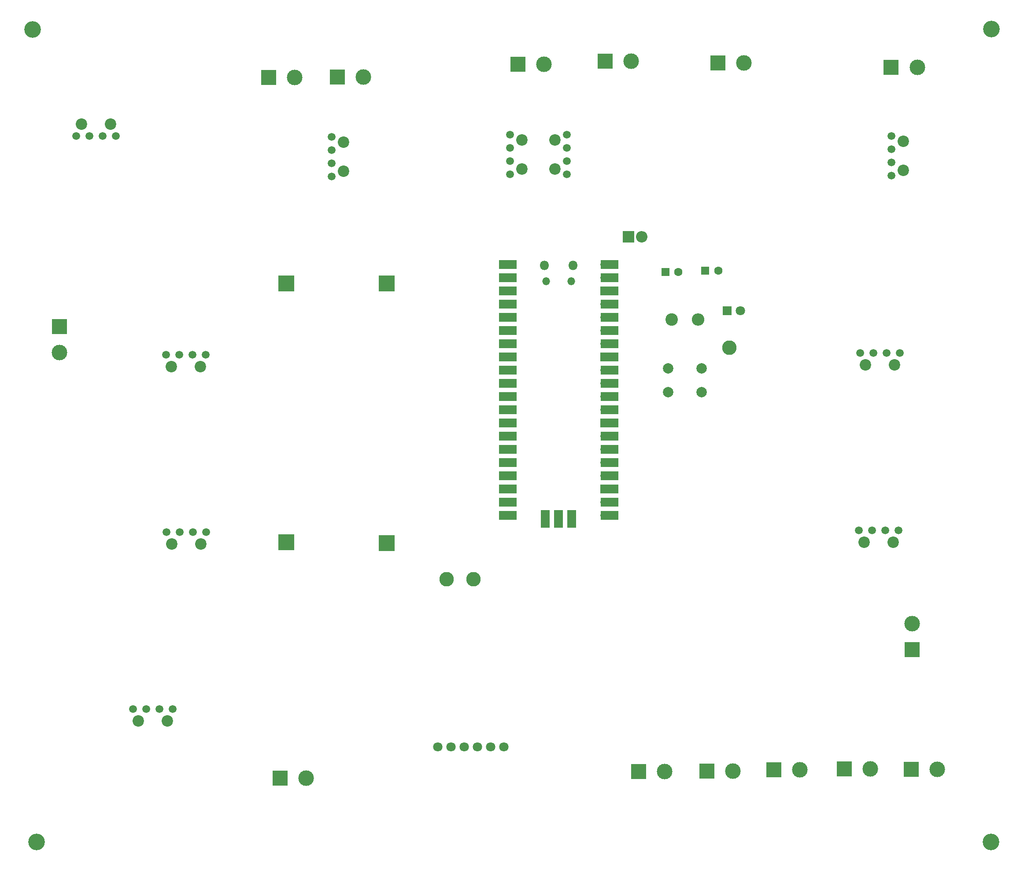
<source format=gbr>
%TF.GenerationSoftware,KiCad,Pcbnew,7.0.11+dfsg-1build4*%
%TF.CreationDate,2025-03-03T16:28:00+05:30*%
%TF.ProjectId,incubator,696e6375-6261-4746-9f72-2e6b69636164,rev?*%
%TF.SameCoordinates,Original*%
%TF.FileFunction,Soldermask,Top*%
%TF.FilePolarity,Negative*%
%FSLAX46Y46*%
G04 Gerber Fmt 4.6, Leading zero omitted, Abs format (unit mm)*
G04 Created by KiCad (PCBNEW 7.0.11+dfsg-1build4) date 2025-03-03 16:28:00*
%MOMM*%
%LPD*%
G01*
G04 APERTURE LIST*
%ADD10C,2.800000*%
%ADD11C,2.000000*%
%ADD12R,3.000000X3.000000*%
%ADD13C,3.000000*%
%ADD14C,3.200000*%
%ADD15R,1.700000X3.500000*%
%ADD16O,1.700000X1.700000*%
%ADD17R,1.700000X1.700000*%
%ADD18R,3.500000X1.700000*%
%ADD19O,1.800000X1.800000*%
%ADD20O,1.500000X1.500000*%
%ADD21O,2.200000X2.200000*%
%ADD22R,2.200000X2.200000*%
%ADD23R,1.800000X1.800000*%
%ADD24C,1.800000*%
%ADD25C,2.400000*%
%ADD26O,2.400000X2.400000*%
%ADD27R,1.600000X1.600000*%
%ADD28C,1.600000*%
%ADD29R,3.140000X3.140000*%
%ADD30C,1.500000*%
%ADD31C,2.200000*%
G04 APERTURE END LIST*
D10*
%TO.C,TP3*%
X169501000Y-82873000D03*
%TD*%
%TO.C,TP2*%
X120234000Y-127360000D03*
%TD*%
%TO.C,TP1*%
X115074000Y-127360000D03*
%TD*%
D11*
%TO.C,SW1*%
X157661000Y-86853000D03*
X164161000Y-86853000D03*
X157661000Y-91353000D03*
X164161000Y-91353000D03*
%TD*%
D12*
%TO.C,J15*%
X83130000Y-165610000D03*
D13*
X88130000Y-165610000D03*
%TD*%
D12*
%TO.C,J14*%
X177974000Y-164070000D03*
D13*
X182974000Y-164070000D03*
%TD*%
D12*
%TO.C,J22*%
X145594000Y-27750000D03*
D13*
X150594000Y-27750000D03*
%TD*%
D14*
%TO.C,H2*%
X35540000Y-21650000D03*
%TD*%
D15*
%TO.C,U3*%
X139180000Y-115810000D03*
D16*
X139180000Y-114910000D03*
D15*
X136640000Y-115810000D03*
D17*
X136640000Y-114910000D03*
D15*
X134100000Y-115810000D03*
D16*
X134100000Y-114910000D03*
D18*
X146430000Y-66880000D03*
D16*
X145530000Y-66880000D03*
D18*
X146430000Y-69420000D03*
D16*
X145530000Y-69420000D03*
D18*
X146430000Y-71960000D03*
D17*
X145530000Y-71960000D03*
D18*
X146430000Y-74500000D03*
D16*
X145530000Y-74500000D03*
D18*
X146430000Y-77040000D03*
D16*
X145530000Y-77040000D03*
D18*
X146430000Y-79580000D03*
D16*
X145530000Y-79580000D03*
D18*
X146430000Y-82120000D03*
D16*
X145530000Y-82120000D03*
D18*
X146430000Y-84660000D03*
D17*
X145530000Y-84660000D03*
D18*
X146430000Y-87200000D03*
D16*
X145530000Y-87200000D03*
D18*
X146430000Y-89740000D03*
D16*
X145530000Y-89740000D03*
D18*
X146430000Y-92280000D03*
D16*
X145530000Y-92280000D03*
D18*
X146430000Y-94820000D03*
D16*
X145530000Y-94820000D03*
D18*
X146430000Y-97360000D03*
D17*
X145530000Y-97360000D03*
D18*
X146430000Y-99900000D03*
D16*
X145530000Y-99900000D03*
D18*
X146430000Y-102440000D03*
D16*
X145530000Y-102440000D03*
D18*
X146430000Y-104980000D03*
D16*
X145530000Y-104980000D03*
D18*
X146430000Y-107520000D03*
D16*
X145530000Y-107520000D03*
D18*
X146430000Y-110060000D03*
D17*
X145530000Y-110060000D03*
D18*
X146430000Y-112600000D03*
D16*
X145530000Y-112600000D03*
D18*
X146430000Y-115140000D03*
D16*
X145530000Y-115140000D03*
D18*
X126850000Y-115140000D03*
D16*
X127750000Y-115140000D03*
D18*
X126850000Y-112600000D03*
D16*
X127750000Y-112600000D03*
D18*
X126850000Y-110060000D03*
D17*
X127750000Y-110060000D03*
D18*
X126850000Y-107520000D03*
D16*
X127750000Y-107520000D03*
D18*
X126850000Y-104980000D03*
D16*
X127750000Y-104980000D03*
D18*
X126850000Y-102440000D03*
D16*
X127750000Y-102440000D03*
D18*
X126850000Y-99900000D03*
D16*
X127750000Y-99900000D03*
D18*
X126850000Y-97360000D03*
D17*
X127750000Y-97360000D03*
D18*
X126850000Y-94820000D03*
D16*
X127750000Y-94820000D03*
D18*
X126850000Y-92280000D03*
D16*
X127750000Y-92280000D03*
D18*
X126850000Y-89740000D03*
D16*
X127750000Y-89740000D03*
D18*
X126850000Y-87200000D03*
D16*
X127750000Y-87200000D03*
D18*
X126850000Y-84660000D03*
D17*
X127750000Y-84660000D03*
D18*
X126850000Y-82120000D03*
D16*
X127750000Y-82120000D03*
D18*
X126850000Y-79580000D03*
D16*
X127750000Y-79580000D03*
D18*
X126850000Y-77040000D03*
D16*
X127750000Y-77040000D03*
D18*
X126850000Y-74500000D03*
D16*
X127750000Y-74500000D03*
D18*
X126850000Y-71960000D03*
D17*
X127750000Y-71960000D03*
D18*
X126850000Y-69420000D03*
D16*
X127750000Y-69420000D03*
D18*
X126850000Y-66880000D03*
D16*
X127750000Y-66880000D03*
D19*
X139365000Y-67010000D03*
D20*
X139065000Y-70040000D03*
X134215000Y-70040000D03*
D19*
X133915000Y-67010000D03*
%TD*%
D21*
%TO.C,D2*%
X152631000Y-61523000D03*
D22*
X150091000Y-61523000D03*
%TD*%
D23*
%TO.C,D1*%
X169061000Y-75753000D03*
D24*
X171601000Y-75753000D03*
%TD*%
D25*
%TO.C,R1*%
X158381000Y-77393000D03*
D26*
X163461000Y-77393000D03*
%TD*%
D14*
%TO.C,H1*%
X219820000Y-21560000D03*
%TD*%
D24*
%TO.C,U10*%
X126074000Y-159606000D03*
X123534000Y-159606000D03*
X120994000Y-159606000D03*
X118454000Y-159606000D03*
X115914000Y-159606000D03*
X113374000Y-159606000D03*
%TD*%
D27*
%TO.C,C3*%
X157181000Y-68303000D03*
D28*
X159681000Y-68303000D03*
%TD*%
D12*
%TO.C,J17*%
X165174000Y-164270000D03*
D13*
X170174000Y-164270000D03*
%TD*%
D29*
%TO.C,U2*%
X103607000Y-70516000D03*
X84303000Y-70516000D03*
X103607000Y-120427000D03*
X84303000Y-120300000D03*
%TD*%
D12*
%TO.C,J20*%
X40674000Y-78800000D03*
D13*
X40674000Y-83800000D03*
%TD*%
D30*
%TO.C,U13*%
X194364000Y-118010000D03*
D31*
X195380000Y-120296000D03*
D30*
X196904000Y-118010000D03*
X199444000Y-118010000D03*
D31*
X200968000Y-120296000D03*
D30*
X201984000Y-118010000D03*
%TD*%
%TO.C,U7*%
X92968000Y-49914000D03*
D31*
X95254000Y-48898000D03*
D30*
X92968000Y-47374000D03*
X92968000Y-44834000D03*
D31*
X95254000Y-43310000D03*
D30*
X92968000Y-42294000D03*
%TD*%
%TO.C,U5*%
X138229000Y-41833500D03*
D31*
X135943000Y-42849500D03*
D30*
X138229000Y-44373500D03*
X138229000Y-46913500D03*
D31*
X135943000Y-48437500D03*
D30*
X138229000Y-49453500D03*
%TD*%
D12*
%TO.C,J2*%
X200574000Y-28890000D03*
D13*
X205574000Y-28890000D03*
%TD*%
D30*
%TO.C,U6*%
X200618000Y-49744000D03*
D31*
X202904000Y-48728000D03*
D30*
X200618000Y-47204000D03*
X200618000Y-44664000D03*
D31*
X202904000Y-43140000D03*
D30*
X200618000Y-42124000D03*
%TD*%
D12*
%TO.C,J13*%
X191564000Y-163870000D03*
D13*
X196564000Y-163870000D03*
%TD*%
D30*
%TO.C,U8*%
X127304000Y-49440000D03*
D31*
X129590000Y-48424000D03*
D30*
X127304000Y-46900000D03*
X127304000Y-44360000D03*
D31*
X129590000Y-42836000D03*
D30*
X127304000Y-41820000D03*
%TD*%
%TO.C,U12*%
X62480000Y-152380000D03*
D31*
X61464000Y-154666000D03*
D30*
X59940000Y-152380000D03*
X57400000Y-152380000D03*
D31*
X55876000Y-154666000D03*
D30*
X54860000Y-152380000D03*
%TD*%
%TO.C,U9*%
X61144000Y-84180000D03*
D31*
X62160000Y-86466000D03*
D30*
X63684000Y-84180000D03*
X66224000Y-84180000D03*
D31*
X67748000Y-86466000D03*
D30*
X68764000Y-84180000D03*
%TD*%
D12*
%TO.C,J12*%
X152044000Y-164370000D03*
D13*
X157044000Y-164370000D03*
%TD*%
D12*
%TO.C,J16*%
X204444000Y-163930000D03*
D13*
X209444000Y-163930000D03*
%TD*%
D12*
%TO.C,J21*%
X128804000Y-28300000D03*
D13*
X133804000Y-28300000D03*
%TD*%
D12*
%TO.C,J6*%
X204614000Y-140930000D03*
D13*
X204614000Y-135930000D03*
%TD*%
D12*
%TO.C,J1*%
X94094000Y-30740000D03*
D13*
X99094000Y-30740000D03*
%TD*%
D30*
%TO.C,U11*%
X61222000Y-118304000D03*
D31*
X62238000Y-120590000D03*
D30*
X63762000Y-118304000D03*
X66302000Y-118304000D03*
D31*
X67826000Y-120590000D03*
D30*
X68842000Y-118304000D03*
%TD*%
D12*
%TO.C,J5*%
X167254000Y-28030000D03*
D13*
X172254000Y-28030000D03*
%TD*%
D30*
%TO.C,U4*%
X51490000Y-42156000D03*
D31*
X50474000Y-39870000D03*
D30*
X48950000Y-42156000D03*
X46410000Y-42156000D03*
D31*
X44886000Y-39870000D03*
D30*
X43870000Y-42156000D03*
%TD*%
D14*
%TO.C,H4*%
X36260000Y-177880000D03*
%TD*%
D27*
%TO.C,C1*%
X164825888Y-68023000D03*
D28*
X167325888Y-68023000D03*
%TD*%
D30*
%TO.C,U1*%
X194578000Y-83874000D03*
D31*
X195594000Y-86160000D03*
D30*
X197118000Y-83874000D03*
X199658000Y-83874000D03*
D31*
X201182000Y-86160000D03*
D30*
X202198000Y-83874000D03*
%TD*%
D12*
%TO.C,J3*%
X80894000Y-30880000D03*
D13*
X85894000Y-30880000D03*
%TD*%
D14*
%TO.C,H3*%
X219770000Y-177920000D03*
%TD*%
M02*

</source>
